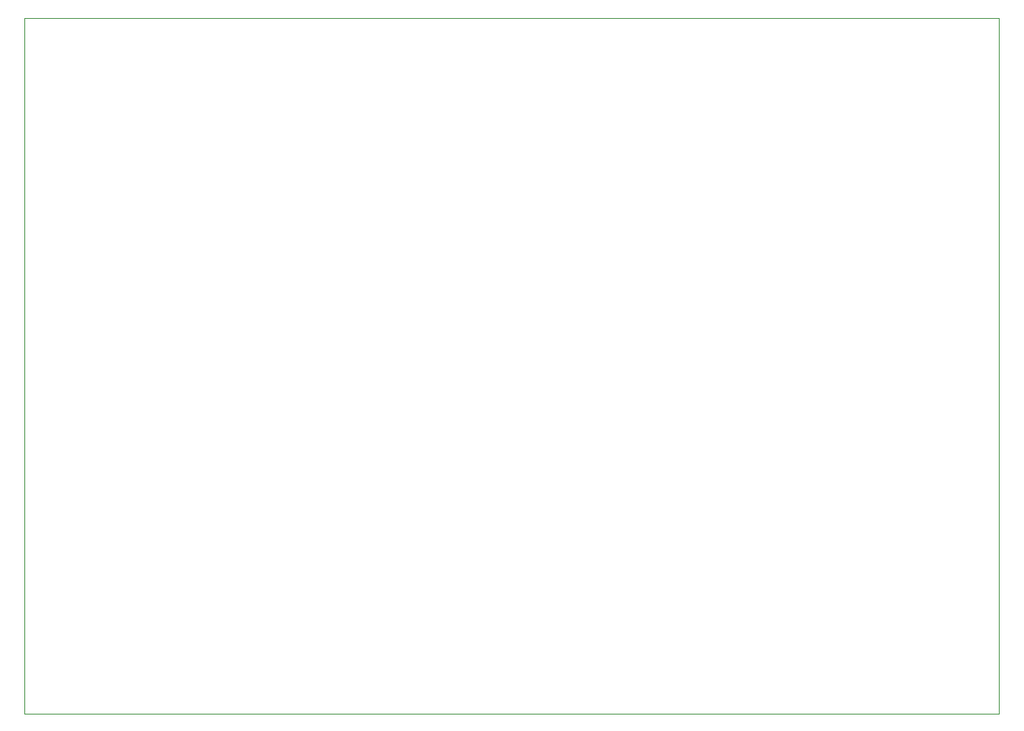
<source format=gbr>
%TF.GenerationSoftware,KiCad,Pcbnew,8.0.4*%
%TF.CreationDate,2025-02-19T16:48:10+05:30*%
%TF.ProjectId,test1,74657374-312e-46b6-9963-61645f706362,rev?*%
%TF.SameCoordinates,Original*%
%TF.FileFunction,Profile,NP*%
%FSLAX46Y46*%
G04 Gerber Fmt 4.6, Leading zero omitted, Abs format (unit mm)*
G04 Created by KiCad (PCBNEW 8.0.4) date 2025-02-19 16:48:10*
%MOMM*%
%LPD*%
G01*
G04 APERTURE LIST*
%TA.AperFunction,Profile*%
%ADD10C,0.050000*%
%TD*%
G04 APERTURE END LIST*
D10*
X1345Y75078655D02*
X105001345Y75078655D01*
X105001345Y78655D01*
X1345Y78655D01*
X1345Y75078655D01*
M02*

</source>
